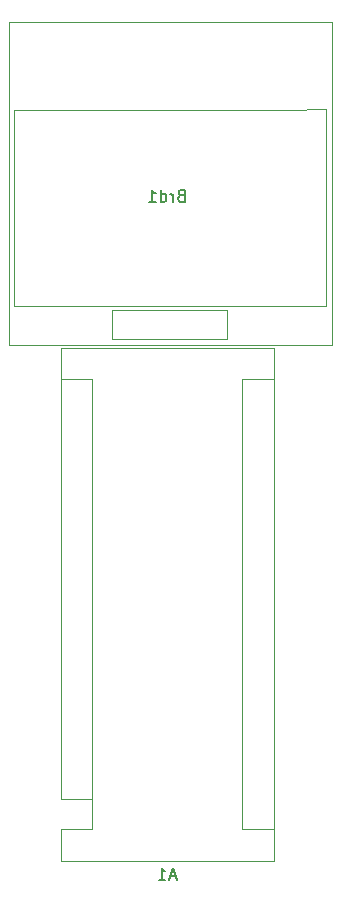
<source format=gbo>
%TF.GenerationSoftware,KiCad,Pcbnew,(5.1.10-1-10_14)*%
%TF.CreationDate,2021-10-26T12:06:02+11:00*%
%TF.ProjectId,bkm10iRduino_shield,626b6d31-3069-4526-9475-696e6f5f7368,rev?*%
%TF.SameCoordinates,Original*%
%TF.FileFunction,Legend,Bot*%
%TF.FilePolarity,Positive*%
%FSLAX46Y46*%
G04 Gerber Fmt 4.6, Leading zero omitted, Abs format (unit mm)*
G04 Created by KiCad (PCBNEW (5.1.10-1-10_14)) date 2021-10-26 12:06:02*
%MOMM*%
%LPD*%
G01*
G04 APERTURE LIST*
%ADD10C,0.120000*%
%ADD11C,0.150000*%
G04 APERTURE END LIST*
D10*
%TO.C,A1*%
X161290000Y-102870000D02*
X161290000Y-105410000D01*
X161290000Y-105410000D02*
X158620000Y-105410000D01*
X158620000Y-102870000D02*
X158620000Y-64640000D01*
X158620000Y-108080000D02*
X158620000Y-105410000D01*
X173990000Y-105410000D02*
X176660000Y-105410000D01*
X173990000Y-105410000D02*
X173990000Y-67310000D01*
X173990000Y-67310000D02*
X176660000Y-67310000D01*
X161290000Y-102870000D02*
X158620000Y-102870000D01*
X161290000Y-102870000D02*
X161290000Y-67310000D01*
X161290000Y-67310000D02*
X158620000Y-67310000D01*
X158620000Y-64640000D02*
X176660000Y-64640000D01*
X176660000Y-64640000D02*
X176660000Y-108080000D01*
X176660000Y-108080000D02*
X158620000Y-108080000D01*
%TO.C,Brd1*%
X181102000Y-61087000D02*
X180848000Y-61075000D01*
X181102000Y-44450000D02*
X181102000Y-61087000D01*
X177762000Y-44475000D02*
X181102000Y-44450000D01*
X177762000Y-61075000D02*
X180848000Y-61075000D01*
X162941000Y-63881000D02*
X162941000Y-61468000D01*
X172720000Y-61468000D02*
X162941000Y-61468000D01*
X172720000Y-63881000D02*
X172720000Y-61468000D01*
X162941000Y-63881000D02*
X172720000Y-63881000D01*
X154662000Y-61075000D02*
X177762000Y-61075000D01*
X154662000Y-44475000D02*
X154662000Y-61075000D01*
X177762000Y-44475000D02*
X154662000Y-44475000D01*
X154240000Y-37070000D02*
X154240000Y-64370000D01*
X181640000Y-37070000D02*
X154240000Y-37070000D01*
X181640000Y-64370000D02*
X181640000Y-37070000D01*
X154240000Y-64370000D02*
X181640000Y-64370000D01*
%TO.C,A1*%
D11*
X168354285Y-109386666D02*
X167878095Y-109386666D01*
X168449523Y-109672380D02*
X168116190Y-108672380D01*
X167782857Y-109672380D01*
X166925714Y-109672380D02*
X167497142Y-109672380D01*
X167211428Y-109672380D02*
X167211428Y-108672380D01*
X167306666Y-108815238D01*
X167401904Y-108910476D01*
X167497142Y-108958095D01*
%TO.C,Brd1*%
X168806666Y-51744571D02*
X168663809Y-51792190D01*
X168616190Y-51839809D01*
X168568571Y-51935047D01*
X168568571Y-52077904D01*
X168616190Y-52173142D01*
X168663809Y-52220761D01*
X168759047Y-52268380D01*
X169140000Y-52268380D01*
X169140000Y-51268380D01*
X168806666Y-51268380D01*
X168711428Y-51316000D01*
X168663809Y-51363619D01*
X168616190Y-51458857D01*
X168616190Y-51554095D01*
X168663809Y-51649333D01*
X168711428Y-51696952D01*
X168806666Y-51744571D01*
X169140000Y-51744571D01*
X168140000Y-52268380D02*
X168140000Y-51601714D01*
X168140000Y-51792190D02*
X168092380Y-51696952D01*
X168044761Y-51649333D01*
X167949523Y-51601714D01*
X167854285Y-51601714D01*
X167092380Y-52268380D02*
X167092380Y-51268380D01*
X167092380Y-52220761D02*
X167187619Y-52268380D01*
X167378095Y-52268380D01*
X167473333Y-52220761D01*
X167520952Y-52173142D01*
X167568571Y-52077904D01*
X167568571Y-51792190D01*
X167520952Y-51696952D01*
X167473333Y-51649333D01*
X167378095Y-51601714D01*
X167187619Y-51601714D01*
X167092380Y-51649333D01*
X166092380Y-52268380D02*
X166663809Y-52268380D01*
X166378095Y-52268380D02*
X166378095Y-51268380D01*
X166473333Y-51411238D01*
X166568571Y-51506476D01*
X166663809Y-51554095D01*
%TD*%
M02*

</source>
